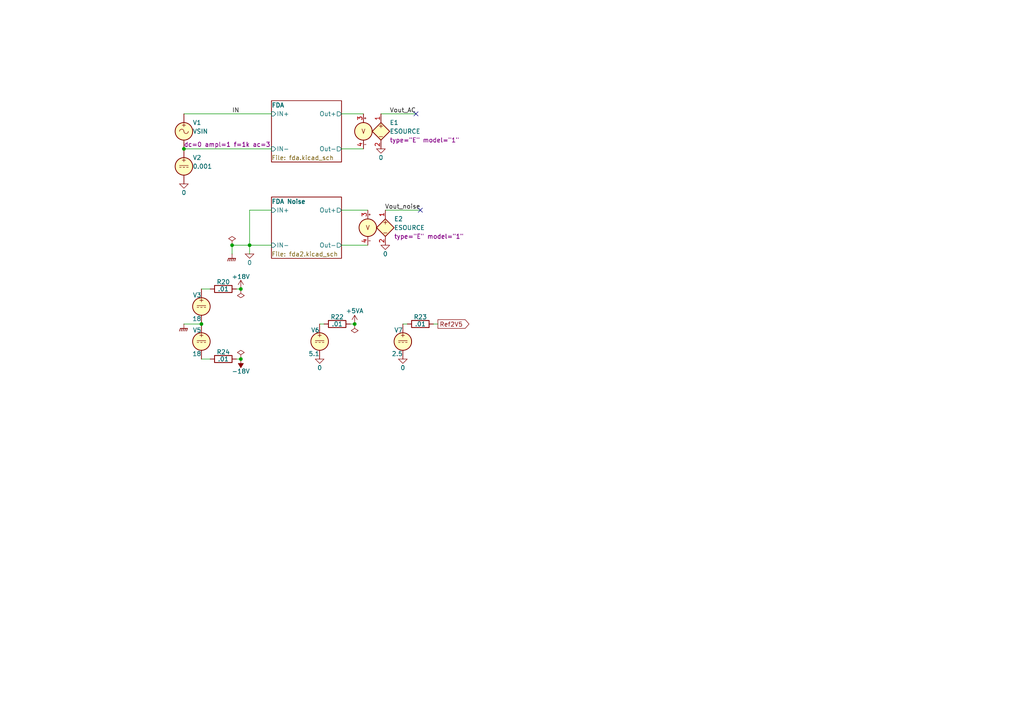
<source format=kicad_sch>
(kicad_sch (version 20250114) (generator "eeschema") (generator_version "9.0")
  (paper "A4")
  (lib_symbols
    (symbol "Device:R" (pin_numbers (hide yes)) (pin_names (offset 0))
      (property "Reference" "R" (at 2.032 0 90))
      (property "Value" "R" (at 0 0 90))
      (symbol "R_0_1"
        (rectangle (start -1.016 -2.54) (end 1.016 2.54) (stroke (width 0.254)))
      )
      (symbol "R_1_1"
        (pin passive line (at 0 3.81 270) (length 1.27) (name "~") (number "1"))
        (pin passive line (at 0 -3.81 90) (length 1.27) (name "~") (number "2"))
      )
    )
    (symbol "Parts:+18V" (power) (pin_numbers (hide yes)) (pin_names (offset 0) (hide yes))
      (property "Value" "+18V" (at 0 3.556 0))
      (symbol "+18V_0_1"
        (polyline (pts (xy -0.762 1.27) (xy 0 2.54)))
        (polyline (pts (xy 0 2.54) (xy 0.762 1.27)))
        (polyline (pts (xy 0 0) (xy 0 2.54)))
      )
      (symbol "+18V_1_1"
        (pin power_in line (at 0 0 90) (length 0) (name "~") (number "1"))
      )
    )
    (symbol "Parts:-18V" (power) (pin_numbers (hide yes)) (pin_names (offset 0) (hide yes))
      (property "Value" "-18V" (at 0 -3.556 0))
      (symbol "-18V_0_0"
        (pin power_in line (at 0 0 270) (length 0) (name "~") (number "1"))
      )
      (symbol "-18V_0_1"
        (polyline (pts (xy 0 0) (xy 0 -1.27) (xy -0.762 -1.27) (xy 0 -2.54) (xy 0.762 -1.27) (xy 0 -1.27)) (fill (type outline)))
      )
    )
    (symbol "Simulation_SPICE:0" (power) (pin_numbers (hide yes)) (pin_names (offset 0) (hide yes))
      (property "Value" "0" (at 0 -2.54 0))
      (symbol "0_0_1"
        (polyline (pts (xy -1.27 0) (xy 0 -1.27) (xy 1.27 0) (xy -1.27 0)))
      )
      (symbol "0_1_1"
        (pin power_in line (at 0 0 0) (length 0) (name "~") (number "1"))
      )
    )
    (symbol "Simulation_SPICE:ESOURCE" (pin_names (offset 1.016) (hide yes))
      (property "Reference" "E" (at 2.54 2.54 0))
      (property "Value" "ESOURCE" (at 2.54 0 0))
      (property "Sim.Params" "type=\"E\" model=\"1\"" (at 2.54 -2.54 0))
      (symbol "ESOURCE_0_1"
        (polyline (pts (xy 0 2.032) (xy 0 1.016)))
      )
      (symbol "ESOURCE_1_1"
        (circle (center -5.08 0) (radius 2.54) (stroke (width 0.254)) (fill (type background)))
        (polyline (pts (xy -4.826 3.81) (xy -4.318 3.81)))
        (polyline (pts (xy -4.826 -3.81) (xy -4.318 -3.81)))
        (polyline (pts (xy -4.572 4.064) (xy -4.572 3.556)))
        (polyline (pts (xy 0 2.54) (xy -2.54 0) (xy 0 -2.54) (xy 2.54 0) (xy 0 2.54)) (stroke (width 0.254)) (fill (type background)))
        (polyline (pts (xy 0.508 1.524) (xy -0.508 1.524)))
        (polyline (pts (xy 0.508 -1.524) (xy -0.508 -1.524)))
        (text "V" (at -5.08 0 0) (effects (font (size 1.27 1.27))))
        (pin input line (at -5.08 5.08 270) (length 2.54) (name "C+") (number "3"))
        (pin input line (at -5.08 -5.08 90) (length 2.54) (name "C-") (number "4"))
        (pin passive line (at 0 5.08 270) (length 2.54) (name "N+") (number "1"))
        (pin passive line (at 0 -5.08 90) (length 2.54) (name "N-") (number "2"))
      )
    )
    (symbol "Simulation_SPICE:VDC" (pin_numbers (hide yes)) (pin_names (offset 0.0254))
      (property "Reference" "V" (at 2.54 2.54 0))
      (property "Value" "1" (at 2.54 0 0))
      (symbol "VDC_0_0"
        (polyline (pts (xy -1.27 0.254) (xy 1.27 0.254)))
        (polyline (pts (xy -0.762 -0.254) (xy -1.27 -0.254)))
        (polyline (pts (xy 0.254 -0.254) (xy -0.254 -0.254)))
        (polyline (pts (xy 1.27 -0.254) (xy 0.762 -0.254)))
        (text "+" (at 0 1.905 0) (effects (font (size 1.27 1.27))))
      )
      (symbol "VDC_0_1"
        (circle (center 0 0) (radius 2.54) (stroke (width 0.254)) (fill (type background)))
      )
      (symbol "VDC_1_1"
        (pin passive line (at 0 5.08 270) (length 2.54) (name "~") (number "1"))
        (pin passive line (at 0 -5.08 90) (length 2.54) (name "~") (number "2"))
      )
    )
    (symbol "Simulation_SPICE:VSIN" (pin_numbers (hide yes)) (pin_names (offset 0.0254))
      (property "Reference" "V" (at 2.54 2.54 0))
      (property "Value" "VSIN" (at 2.54 0 0))
      (property "Sim.Params" "dc=0 ampl=1 f=1k ac=1" (at 2.54 -2.54 0))
      (symbol "VSIN_0_0"
        (arc (start -1.27 0) (mid -0.635 0.6323) (end 0 0))
        (arc (start 1.27 0) (mid 0.635 -0.6323) (end 0 0))
        (text "+" (at 0 1.905 0) (effects (font (size 1.27 1.27))))
      )
      (symbol "VSIN_0_1"
        (circle (center 0 0) (radius 2.54) (stroke (width 0.254)) (fill (type background)))
      )
      (symbol "VSIN_1_1"
        (pin passive line (at 0 5.08 270) (length 2.54) (name "~") (number "1"))
        (pin passive line (at 0 -5.08 90) (length 2.54) (name "~") (number "2"))
      )
    )
    (symbol "power:+5VA" (power) (pin_numbers (hide yes)) (pin_names (offset 0) (hide yes))
      (property "Value" "+5VA" (at 0 3.556 0))
      (symbol "+5VA_0_1"
        (polyline (pts (xy -0.762 1.27) (xy 0 2.54)))
        (polyline (pts (xy 0 2.54) (xy 0.762 1.27)))
        (polyline (pts (xy 0 0) (xy 0 2.54)))
      )
      (symbol "+5VA_1_1"
        (pin power_in line (at 0 0 90) (length 0) (name "~") (number "1"))
      )
    )
    (symbol "power:GNDPWR" (power) (pin_numbers (hide yes)) (pin_names (offset 0) (hide yes))
      (property "Value" "GNDPWR" (at 0 -3.302 0))
      (symbol "GNDPWR_0_1"
        (polyline (pts (xy -1.016 -1.27) (xy -1.27 -2.032) (xy -1.27 -2.032)) (stroke (width 0.2032)))
        (polyline (pts (xy -0.508 -1.27) (xy -0.762 -2.032) (xy -0.762 -2.032)) (stroke (width 0.2032)))
        (polyline (pts (xy 0 -1.27) (xy 0 0)))
        (polyline (pts (xy 0 -1.27) (xy -0.254 -2.032) (xy -0.254 -2.032)) (stroke (width 0.2032)))
        (polyline (pts (xy 0.508 -1.27) (xy 0.254 -2.032) (xy 0.254 -2.032)) (stroke (width 0.2032)))
        (polyline (pts (xy 1.016 -1.27) (xy -1.016 -1.27) (xy -1.016 -1.27)) (stroke (width 0.2032)))
        (polyline (pts (xy 1.016 -1.27) (xy 0.762 -2.032) (xy 0.762 -2.032) (xy 0.762 -2.032)) (stroke (width 0.2032)))
      )
      (symbol "GNDPWR_1_1"
        (pin power_in line (at 0 0 270) (length 0) (name "~") (number "1"))
      )
    )
    (symbol "power:PWR_FLAG" (power) (pin_numbers (hide yes)) (pin_names (offset 0) (hide yes))
      (property "Value" "PWR_FLAG" (at 0 3.81 0))
      (symbol "PWR_FLAG_0_0"
        (pin power_out line (at 0 0 90) (length 0) (name "~") (number "1"))
      )
      (symbol "PWR_FLAG_0_1"
        (polyline (pts (xy 0 0) (xy 0 1.27) (xy -1.016 1.905) (xy 0 2.54) (xy 1.016 1.905) (xy 0 1.27)))
      )
    )
  )
  (junction (at 69.85 83.82))
  (junction (at 69.85 104.14))
  (junction (at 102.87 93.98))
  (junction (at 53.34 43.18))
  (junction (at 67.31 71.12))
  (junction (at 58.42 93.98))
  (junction (at 72.39 71.12))
  (no_connect (at 121.92 60.96))
  (no_connect (at 120.65 33.02))
  (wire (pts (xy 53.34 33.02) (xy 78.74 33.02)))
  (wire (pts (xy 69.85 83.82) (xy 68.58 83.82)))
  (wire (pts (xy 99.06 43.18) (xy 105.41 43.18)))
  (wire (pts (xy 53.34 43.18) (xy 78.74 43.18)))
  (wire (pts (xy 72.39 71.12) (xy 72.39 73.66)))
  (wire (pts (xy 111.76 60.96) (xy 121.92 60.96)))
  (wire (pts (xy 58.42 104.14) (xy 60.96 104.14)))
  (wire (pts (xy 110.49 33.02) (xy 120.65 33.02)))
  (wire (pts (xy 72.39 60.96) (xy 72.39 71.12)))
  (wire (pts (xy 53.34 93.98) (xy 58.42 93.98)))
  (wire (pts (xy 99.06 71.12) (xy 106.68 71.12)))
  (wire (pts (xy 72.39 71.12) (xy 78.74 71.12)))
  (wire (pts (xy 67.31 71.12) (xy 72.39 71.12)))
  (wire (pts (xy 99.06 33.02) (xy 105.41 33.02)))
  (wire (pts (xy 116.84 93.98) (xy 118.11 93.98)))
  (wire (pts (xy 125.73 93.98) (xy 127 93.98)))
  (wire (pts (xy 92.71 93.98) (xy 93.98 93.98)))
  (wire (pts (xy 60.96 83.82) (xy 58.42 83.82)))
  (wire (pts (xy 67.31 71.12) (xy 67.31 73.66)))
  (wire (pts (xy 101.6 93.98) (xy 102.87 93.98)))
  (wire (pts (xy 99.06 60.96) (xy 106.68 60.96)))
  (wire (pts (xy 68.58 104.14) (xy 69.85 104.14)))
  (wire (pts (xy 72.39 60.96) (xy 78.74 60.96)))
  (label "IN" (at 67.31 33.02 0))
  (label "Vout_AC" (at 120.65 33.02 180))
  (label "Vout_noise" (at 121.92 60.96 180))
  (global_label "Ref2V5" (shape output) (at 127 93.98 0) (property "Intersheetrefs" "${INTERSHEET_REFS}" (effects (hide yes))))
  (symbol (lib_id "power:PWR_FLAG") (at 102.87 93.98 180) (unit 1)
    (property "Reference" "#FLG02" (effects (hide yes)))
    (property "Value" "PWR_FLAG" (effects (hide yes)))
    (property "Description" "Special symbol for telling ERC where power comes from" (effects (hide yes)))
  )
  (symbol (lib_id "Parts:-18V") (at 69.85 104.14 0) (unit 1)
    (property "Reference" "#PWR021" (effects (hide yes)))
    (property "Value" "-18V" (at 69.85 107.696 0))
    (property "Description" "Power symbol creates a global label with name \"-18V\"" (effects (hide yes)))
  )
  (symbol (lib_id "Simulation_SPICE:0") (at 111.76 71.12 0) (unit 1)
    (property "Reference" "#GND02" (effects (hide yes)))
    (property "Value" "0" (at 111.76 73.66 0))
    (property "Datasheet" "https://ngspice.sourceforge.io/docs/ngspice-html-manual/manual.xhtml#subsec_Circuit_elements__device" (effects (hide yes)))
    (property "Description" "0V reference potential for simulation" (effects (hide yes)))
  )
  (symbol (lib_id "Simulation_SPICE:VDC") (at 116.84 99.06 0) (unit 1)
    (property "Reference" "V7" (at 116.84 95.758 0) (effects (justify right)))
    (property "Value" "2.5" (at 116.84 102.616 0) (effects (justify right)))
    (property "Datasheet" "https://ngspice.sourceforge.io/docs/ngspice-html-manual/manual.xhtml#sec_Independent_Sources_for" (effects (hide yes)))
    (property "Description" "Voltage source, DC" (effects (hide yes)))
    (property "Sim.Pins" "1=+ 2=-" (effects (hide yes)))
    (property "Sim.Type" "DC" (effects (hide yes)))
    (property "Sim.Device" "V" (effects (hide yes)))
  )
  (symbol (lib_id "Simulation_SPICE:ESOURCE") (at 110.49 38.1 0) (unit 1)
    (property "Reference" "E1" (at 113.03 35.56 0) (effects (justify left)))
    (property "Value" "ESOURCE" (at 113.03 38.1 0) (effects (justify left)))
    (property "Datasheet" "https://ngspice.sourceforge.io/docs/ngspice-html-manual/manual.xhtml#subsec_Exxxx__Linear_Voltage_Controlled" (effects (hide yes)))
    (property "Description" "Voltage-controlled voltage source symbol for simulation only" (effects (hide yes)))
    (property "Sim.Device" "SPICE" (effects (hide yes)))
    (property "Sim.Params" "type=\"E\" model=\"1\"" (at 113.03 40.64 0) (effects (justify left)))
  )
  (symbol (lib_id "Device:R") (at 64.77 83.82 90) (unit 1)
    (property "Reference" "R20" (at 64.77 81.788 90))
    (property "Value" ".01" (at 64.77 83.82 90))
    (property "Description" "Resistor" (effects (hide yes)))
  )
  (symbol (lib_id "power:PWR_FLAG") (at 69.85 83.82 180) (unit 1)
    (property "Reference" "#FLG01" (effects (hide yes)))
    (property "Value" "PWR_FLAG" (effects (hide yes)))
    (property "Description" "Special symbol for telling ERC where power comes from" (effects (hide yes)))
  )
  (symbol (lib_id "Simulation_SPICE:0") (at 92.71 104.14 0) (unit 1)
    (property "Reference" "#GND05" (effects (hide yes)))
    (property "Value" "0" (at 92.71 106.68 0))
    (property "Datasheet" "https://ngspice.sourceforge.io/docs/ngspice-html-manual/manual.xhtml#subsec_Circuit_elements__device" (effects (hide yes)))
    (property "Description" "0V reference potential for simulation" (effects (hide yes)))
  )
  (symbol (lib_id "power:PWR_FLAG") (at 67.31 71.12 0) (unit 1)
    (property "Reference" "#FLG03" (effects (hide yes)))
    (property "Value" "PWR_FLAG" (effects (hide yes)))
    (property "Description" "Special symbol for telling ERC where power comes from" (effects (hide yes)))
  )
  (symbol (lib_id "power:+5VA") (at 102.87 93.98 0) (unit 1)
    (property "Reference" "#PWR02" (effects (hide yes)))
    (property "Value" "+5VA" (at 102.87 90.17 0))
    (property "Description" "Power symbol creates a global label with name \"+5VA\"" (effects (hide yes)))
  )
  (symbol (lib_id "Simulation_SPICE:0") (at 72.39 73.66 0) (unit 1)
    (property "Reference" "#GND03" (effects (hide yes)))
    (property "Value" "0" (at 72.39 76.2 0))
    (property "Datasheet" "https://ngspice.sourceforge.io/docs/ngspice-html-manual/manual.xhtml#subsec_Circuit_elements__device" (effects (hide yes)))
    (property "Description" "0V reference potential for simulation" (effects (hide yes)))
  )
  (symbol (lib_id "Simulation_SPICE:VSIN") (at 53.34 38.1 0) (unit 1)
    (property "Reference" "V1" (at 55.88 35.56 0) (effects (justify left)))
    (property "Value" "VSIN" (at 55.88 38.1 0) (effects (justify left)))
    (property "Datasheet" "https://ngspice.sourceforge.io/docs/ngspice-html-manual/manual.xhtml#sec_Independent_Sources_for" (effects (hide yes)))
    (property "Description" "Voltage source, sinusoidal" (effects (hide yes)))
    (property "Sim.Pins" "1=+ 2=-" (effects (hide yes)))
    (property "Sim.Params" "dc=0 ampl=1 f=1k ac=3" (at 53.34 41.91 0) (effects (justify left)))
    (property "Sim.Type" "SIN" (effects (hide yes)))
    (property "Sim.Device" "V" (effects (hide yes)))
  )
  (symbol (lib_id "Device:R") (at 64.77 104.14 90) (unit 1)
    (property "Reference" "R24" (at 64.77 102.108 90))
    (property "Value" ".01" (at 64.77 104.14 90))
    (property "Description" "Resistor" (effects (hide yes)))
  )
  (symbol (lib_id "Simulation_SPICE:0") (at 116.84 104.14 0) (unit 1)
    (property "Reference" "#GND06" (effects (hide yes)))
    (property "Value" "0" (at 116.84 106.68 0))
    (property "Datasheet" "https://ngspice.sourceforge.io/docs/ngspice-html-manual/manual.xhtml#subsec_Circuit_elements__device" (effects (hide yes)))
    (property "Description" "0V reference potential for simulation" (effects (hide yes)))
  )
  (symbol (lib_id "Simulation_SPICE:VDC") (at 92.71 99.06 0) (unit 1)
    (property "Reference" "V6" (at 92.71 95.758 0) (effects (justify right)))
    (property "Value" "5.1" (at 92.71 102.616 0) (effects (justify right)))
    (property "Datasheet" "https://ngspice.sourceforge.io/docs/ngspice-html-manual/manual.xhtml#sec_Independent_Sources_for" (effects (hide yes)))
    (property "Description" "Voltage source, DC" (effects (hide yes)))
    (property "Sim.Pins" "1=+ 2=-" (effects (hide yes)))
    (property "Sim.Type" "DC" (effects (hide yes)))
    (property "Sim.Device" "V" (effects (hide yes)))
  )
  (symbol (lib_id "Device:R") (at 97.79 93.98 90) (unit 1)
    (property "Reference" "R22" (at 97.79 91.948 90))
    (property "Value" ".01" (at 97.79 93.98 90))
    (property "Description" "Resistor" (effects (hide yes)))
  )
  (symbol (lib_id "Simulation_SPICE:0") (at 53.34 53.34 0) (unit 1)
    (property "Reference" "#GND07" (effects (hide yes)))
    (property "Value" "0" (at 53.34 55.88 0))
    (property "Datasheet" "https://ngspice.sourceforge.io/docs/ngspice-html-manual/manual.xhtml#subsec_Circuit_elements__device" (effects (hide yes)))
    (property "Description" "0V reference potential for simulation" (effects (hide yes)))
  )
  (symbol (lib_id "power:GNDPWR") (at 53.34 93.98 0) (unit 1)
    (property "Reference" "#PWR03" (effects (hide yes)))
    (property "Value" "GNDPWR" (effects (hide yes)))
    (property "Description" "Power symbol creates a global label with name \"GNDPWR\" , global ground" (effects (hide yes)))
  )
  (symbol (lib_id "power:PWR_FLAG") (at 69.85 104.14 0) (unit 1)
    (property "Reference" "#FLG04" (effects (hide yes)))
    (property "Value" "PWR_FLAG" (effects (hide yes)))
    (property "Description" "Special symbol for telling ERC where power comes from" (effects (hide yes)))
  )
  (symbol (lib_id "Parts:+18V") (at 69.85 83.82 0) (unit 1)
    (property "Reference" "#PWR01" (effects (hide yes)))
    (property "Value" "+18V" (at 69.85 80.264 0))
    (property "Description" "Power symbol creates a global label with name {dblquote}+18V{dblquote}" (effects (hide yes)))
  )
  (symbol (lib_id "Simulation_SPICE:VDC") (at 58.42 99.06 0) (unit 1)
    (property "Reference" "V5" (at 58.42 95.758 0) (effects (justify right)))
    (property "Value" "18" (at 58.42 102.616 0) (effects (justify right)))
    (property "Datasheet" "https://ngspice.sourceforge.io/docs/ngspice-html-manual/manual.xhtml#sec_Independent_Sources_for" (effects (hide yes)))
    (property "Description" "Voltage source, DC" (effects (hide yes)))
    (property "Sim.Pins" "1=+ 2=-" (effects (hide yes)))
    (property "Sim.Type" "DC" (effects (hide yes)))
    (property "Sim.Device" "V" (effects (hide yes)))
  )
  (symbol (lib_id "power:GNDPWR") (at 67.31 73.66 0) (unit 1)
    (property "Reference" "#PWR04" (effects (hide yes)))
    (property "Value" "GNDPWR" (effects (hide yes)))
    (property "Description" "Power symbol creates a global label with name \"GNDPWR\" , global ground" (effects (hide yes)))
  )
  (symbol (lib_id "Simulation_SPICE:VDC") (at 58.42 88.9 0) (unit 1)
    (property "Reference" "V3" (at 58.42 85.598 0) (effects (justify right)))
    (property "Value" "18" (at 58.42 92.456 0) (effects (justify right)))
    (property "Datasheet" "https://ngspice.sourceforge.io/docs/ngspice-html-manual/manual.xhtml#sec_Independent_Sources_for" (effects (hide yes)))
    (property "Description" "Voltage source, DC" (effects (hide yes)))
    (property "Sim.Pins" "1=+ 2=-" (effects (hide yes)))
    (property "Sim.Type" "DC" (effects (hide yes)))
    (property "Sim.Device" "V" (effects (hide yes)))
  )
  (symbol (lib_id "Simulation_SPICE:ESOURCE") (at 111.76 66.04 0) (unit 1)
    (property "Reference" "E2" (at 114.3 63.5 0) (effects (justify left)))
    (property "Value" "ESOURCE" (at 114.3 66.04 0) (effects (justify left)))
    (property "Datasheet" "https://ngspice.sourceforge.io/docs/ngspice-html-manual/manual.xhtml#subsec_Exxxx__Linear_Voltage_Controlled" (effects (hide yes)))
    (property "Description" "Voltage-controlled voltage source symbol for simulation only" (effects (hide yes)))
    (property "Sim.Device" "SPICE" (effects (hide yes)))
    (property "Sim.Params" "type=\"E\" model=\"1\"" (at 114.3 68.58 0) (effects (justify left)))
  )
  (symbol (lib_id "Device:R") (at 121.92 93.98 90) (unit 1)
    (property "Reference" "R23" (at 121.92 91.948 90))
    (property "Value" ".01" (at 121.92 93.98 90))
    (property "Description" "Resistor" (effects (hide yes)))
  )
  (symbol (lib_id "Simulation_SPICE:VDC") (at 53.34 48.26 0) (unit 1)
    (property "Reference" "V2" (at 55.88 45.72 0) (effects (justify left)))
    (property "Value" "0.001" (at 55.88 48.26 0) (effects (justify left)))
    (property "Datasheet" "https://ngspice.sourceforge.io/docs/ngspice-html-manual/manual.xhtml#sec_Independent_Sources_for" (effects (hide yes)))
    (property "Description" "Voltage source, DC" (effects (hide yes)))
    (property "Sim.Pins" "1=+ 2=-" (effects (hide yes)))
    (property "Sim.Type" "DC" (effects (hide yes)))
    (property "Sim.Device" "V" (effects (hide yes)))
  )
  (symbol (lib_id "Simulation_SPICE:0") (at 110.49 43.18 0) (unit 1)
    (property "Reference" "#GND01" (effects (hide yes)))
    (property "Value" "0" (at 110.49 45.72 0))
    (property "Datasheet" "https://ngspice.sourceforge.io/docs/ngspice-html-manual/manual.xhtml#subsec_Circuit_elements__device" (effects (hide yes)))
    (property "Description" "0V reference potential for simulation" (effects (hide yes)))
  )
  (sheet (at 78.74 57.15) (size 20.32 17.78) (stroke (width 0.1524))
    (property "Sheetname" "FDA Noise" (at 78.74 57.7084 0) (effects (font (thickness 0.254) (bold yes)) (justify left top)))
    (property "Sheetfile" "fda2.kicad_sch" (at 78.74 72.9746 0) (effects (justify left top)))
    (pin "IN+" input (at 78.74 60.96 180))
    (pin "IN-" input (at 78.74 71.12 180))
    (pin "Out+" output (at 99.06 60.96 0))
    (pin "Out-" output (at 99.06 71.12 0))
  )
  (sheet (at 78.74 29.21) (size 20.32 17.78) (stroke (width 0.1524))
    (property "Sheetname" "FDA" (at 78.74 29.7684 0) (effects (font (thickness 0.254) (bold yes)) (justify left top)))
    (property "Sheetfile" "fda.kicad_sch" (at 78.74 45.0346 0) (effects (justify left top)))
    (pin "IN+" input (at 78.74 33.02 180))
    (pin "IN-" input (at 78.74 43.18 180))
    (pin "Out+" output (at 99.06 33.02 0))
    (pin "Out-" output (at 99.06 43.18 0))
  )
)
</source>
